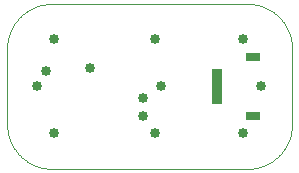
<source format=gts>
G04 EAGLE Gerber RS-274X export*
G75*
%MOMM*%
%FSLAX35Y35*%
%LPD*%
%INsolder_mask_top*%
%IPPOS*%
%AMOC8*
5,1,8,0,0,1.08239X$1,22.5*%
G01*
%ADD10C,0.000000*%
%ADD11R,0.903200X0.503200*%
%ADD12R,1.203200X0.803200*%
%ADD13C,0.853200*%


D10*
X0Y1016000D02*
X0Y381000D01*
X0Y1016000D02*
X111Y1025206D01*
X445Y1034407D01*
X1001Y1043598D01*
X1779Y1052772D01*
X2778Y1061924D01*
X3998Y1071050D01*
X5438Y1080144D01*
X7098Y1089200D01*
X8976Y1098214D01*
X11071Y1107179D01*
X13382Y1116092D01*
X15908Y1124945D01*
X18647Y1133735D01*
X21598Y1142457D01*
X24759Y1151104D01*
X28127Y1159673D01*
X31702Y1168158D01*
X35481Y1176554D01*
X39461Y1184856D01*
X43641Y1193060D01*
X48018Y1201160D01*
X52590Y1209152D01*
X57353Y1217031D01*
X62305Y1224793D01*
X67443Y1232433D01*
X72765Y1239946D01*
X78266Y1247329D01*
X83944Y1254577D01*
X89796Y1261685D01*
X95817Y1268650D01*
X102006Y1275467D01*
X108357Y1282133D01*
X114867Y1288643D01*
X121533Y1294994D01*
X128350Y1301183D01*
X135315Y1307204D01*
X142423Y1313056D01*
X149671Y1318734D01*
X157054Y1324235D01*
X164567Y1329557D01*
X172207Y1334695D01*
X179969Y1339647D01*
X187848Y1344410D01*
X195840Y1348982D01*
X203940Y1353359D01*
X212144Y1357539D01*
X220446Y1361519D01*
X228842Y1365298D01*
X237327Y1368873D01*
X245896Y1372241D01*
X254543Y1375402D01*
X263265Y1378353D01*
X272055Y1381092D01*
X280908Y1383618D01*
X289821Y1385929D01*
X298786Y1388024D01*
X307800Y1389902D01*
X316856Y1391562D01*
X325950Y1393002D01*
X335076Y1394222D01*
X344228Y1395221D01*
X353402Y1395999D01*
X362593Y1396555D01*
X371794Y1396889D01*
X381000Y1397000D01*
X0Y381000D02*
X111Y371794D01*
X445Y362593D01*
X1001Y353402D01*
X1779Y344228D01*
X2778Y335076D01*
X3998Y325950D01*
X5438Y316856D01*
X7098Y307800D01*
X8976Y298786D01*
X11071Y289821D01*
X13382Y280908D01*
X15908Y272055D01*
X18647Y263265D01*
X21598Y254543D01*
X24759Y245896D01*
X28127Y237327D01*
X31702Y228842D01*
X35481Y220446D01*
X39461Y212144D01*
X43641Y203940D01*
X48018Y195840D01*
X52590Y187848D01*
X57353Y179969D01*
X62305Y172207D01*
X67443Y164567D01*
X72765Y157054D01*
X78266Y149671D01*
X83944Y142423D01*
X89796Y135315D01*
X95817Y128350D01*
X102006Y121533D01*
X108357Y114867D01*
X114867Y108357D01*
X121533Y102006D01*
X128350Y95817D01*
X135315Y89796D01*
X142423Y83944D01*
X149671Y78266D01*
X157054Y72765D01*
X164567Y67443D01*
X172207Y62305D01*
X179969Y57353D01*
X187848Y52590D01*
X195840Y48018D01*
X203940Y43641D01*
X212144Y39461D01*
X220446Y35481D01*
X228842Y31702D01*
X237327Y28127D01*
X245896Y24759D01*
X254543Y21598D01*
X263265Y18647D01*
X272055Y15908D01*
X280908Y13382D01*
X289821Y11071D01*
X298786Y8976D01*
X307800Y7098D01*
X316856Y5438D01*
X325950Y3998D01*
X335076Y2778D01*
X344228Y1779D01*
X353402Y1001D01*
X362593Y445D01*
X371794Y111D01*
X381000Y0D01*
X2413000Y381000D02*
X2413000Y1016000D01*
X2413000Y381000D02*
X2412889Y371794D01*
X2412555Y362593D01*
X2411999Y353402D01*
X2411221Y344228D01*
X2410222Y335076D01*
X2409002Y325950D01*
X2407562Y316856D01*
X2405902Y307800D01*
X2404024Y298786D01*
X2401929Y289821D01*
X2399618Y280908D01*
X2397092Y272055D01*
X2394353Y263265D01*
X2391402Y254543D01*
X2388241Y245896D01*
X2384873Y237327D01*
X2381298Y228842D01*
X2377519Y220446D01*
X2373539Y212144D01*
X2369359Y203940D01*
X2364982Y195840D01*
X2360410Y187848D01*
X2355647Y179969D01*
X2350695Y172207D01*
X2345557Y164567D01*
X2340235Y157054D01*
X2334734Y149671D01*
X2329056Y142423D01*
X2323204Y135315D01*
X2317183Y128350D01*
X2310994Y121533D01*
X2304643Y114867D01*
X2298133Y108357D01*
X2291467Y102006D01*
X2284650Y95817D01*
X2277685Y89796D01*
X2270577Y83944D01*
X2263329Y78266D01*
X2255946Y72765D01*
X2248433Y67443D01*
X2240793Y62305D01*
X2233031Y57353D01*
X2225152Y52590D01*
X2217160Y48018D01*
X2209060Y43641D01*
X2200856Y39461D01*
X2192554Y35481D01*
X2184158Y31702D01*
X2175673Y28127D01*
X2167104Y24759D01*
X2158457Y21598D01*
X2149735Y18647D01*
X2140945Y15908D01*
X2132092Y13382D01*
X2123179Y11071D01*
X2114214Y8976D01*
X2105200Y7098D01*
X2096144Y5438D01*
X2087050Y3998D01*
X2077924Y2778D01*
X2068772Y1779D01*
X2059598Y1001D01*
X2050407Y445D01*
X2041206Y111D01*
X2032000Y0D01*
X2413000Y1016000D02*
X2412889Y1025206D01*
X2412555Y1034407D01*
X2411999Y1043598D01*
X2411221Y1052772D01*
X2410222Y1061924D01*
X2409002Y1071050D01*
X2407562Y1080144D01*
X2405902Y1089200D01*
X2404024Y1098214D01*
X2401929Y1107179D01*
X2399618Y1116092D01*
X2397092Y1124945D01*
X2394353Y1133735D01*
X2391402Y1142457D01*
X2388241Y1151104D01*
X2384873Y1159673D01*
X2381298Y1168158D01*
X2377519Y1176554D01*
X2373539Y1184856D01*
X2369359Y1193060D01*
X2364982Y1201160D01*
X2360410Y1209152D01*
X2355647Y1217031D01*
X2350695Y1224793D01*
X2345557Y1232433D01*
X2340235Y1239946D01*
X2334734Y1247329D01*
X2329056Y1254577D01*
X2323204Y1261685D01*
X2317183Y1268650D01*
X2310994Y1275467D01*
X2304643Y1282133D01*
X2298133Y1288643D01*
X2291467Y1294994D01*
X2284650Y1301183D01*
X2277685Y1307204D01*
X2270577Y1313056D01*
X2263329Y1318734D01*
X2255946Y1324235D01*
X2248433Y1329557D01*
X2240793Y1334695D01*
X2233031Y1339647D01*
X2225152Y1344410D01*
X2217160Y1348982D01*
X2209060Y1353359D01*
X2200856Y1357539D01*
X2192554Y1361519D01*
X2184158Y1365298D01*
X2175673Y1368873D01*
X2167104Y1372241D01*
X2158457Y1375402D01*
X2149735Y1378353D01*
X2140945Y1381092D01*
X2132092Y1383618D01*
X2123179Y1385929D01*
X2114214Y1388024D01*
X2105200Y1389902D01*
X2096144Y1391562D01*
X2087050Y1393002D01*
X2077924Y1394222D01*
X2068772Y1395221D01*
X2059598Y1395999D01*
X2050407Y1396555D01*
X2041206Y1396889D01*
X2032000Y1397000D01*
X381000Y1397000D01*
X381000Y0D02*
X2032000Y0D01*
D11*
X1778000Y723500D03*
X1778000Y673500D03*
X1778000Y623500D03*
X1778000Y773500D03*
X1778000Y823500D03*
X1778000Y573500D03*
D12*
X2078000Y448500D03*
X2078000Y948500D03*
D13*
X400000Y1100000D03*
X400000Y300000D03*
X2000000Y300000D03*
X2000000Y1100000D03*
X250000Y700000D03*
X2150000Y700000D03*
X1250000Y1100000D03*
X1250000Y300000D03*
X1150000Y450000D03*
X1150000Y600000D03*
X1300000Y700000D03*
X700000Y850000D03*
X325000Y825500D03*
M02*

</source>
